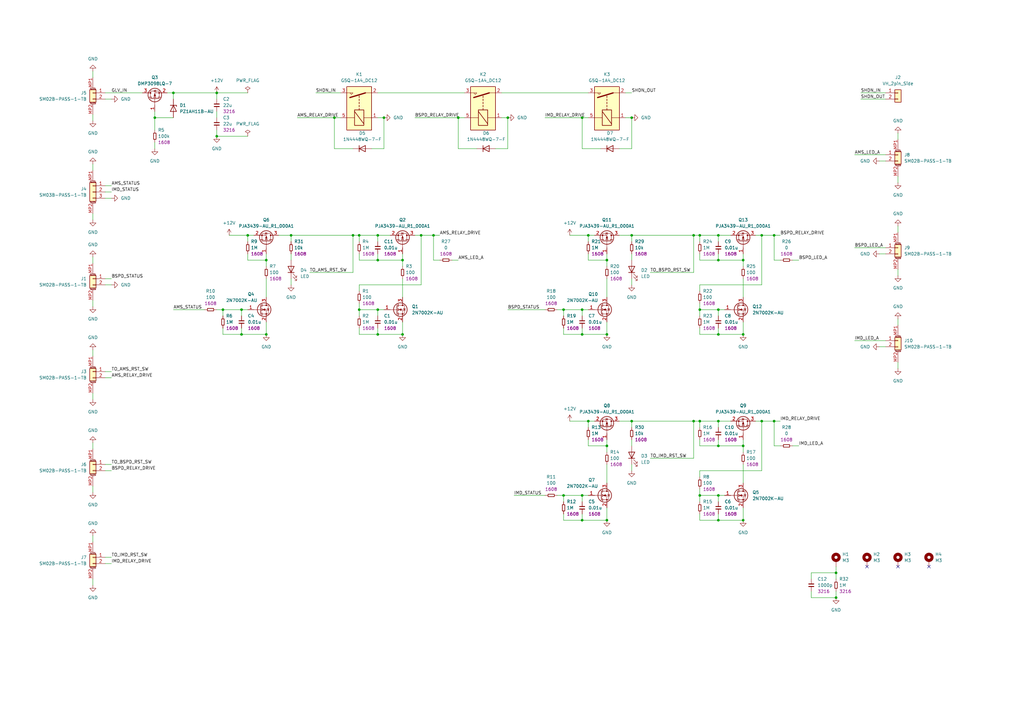
<source format=kicad_sch>
(kicad_sch (version 20230121) (generator eeschema)
  (paper "A3")
  (lib_symbols
    (symbol "Device:LED" (pin_numbers hide) (pin_names (offset 1.016) hide)
      (property "Reference" "D" (at 0 2.54 0))
      (property "Value" "LED" (at 0 -2.54 0))
      (symbol "LED_1_1"
        (pin passive line (at -3.81 0 0) (length 2.54) (name "K") (number "1"))
        (pin passive line (at 3.81 0 180) (length 2.54) (name "A") (number "2"))
      )
    )
    (symbol "Mechanical:MountingHole_Pad" (pin_numbers hide) (pin_names (offset 1.016) hide)
      (property "Reference" "H" (at 0 6.35 0))
      (property "Value" "MountingHole_Pad" (at 0 4.445 0))
      (symbol "MountingHole_Pad_1_1"
        (pin input line (at 0 -2.54 90) (length 2.54) (name "1") (number "1"))
      )
    )
    (symbol "ProjectEV:C" (pin_numbers hide) (pin_names (offset 0.254))
      (property "Reference" "C" (at 0.635 2.54 0))
      (property "Value" "C" (at 0.635 -2.54 0))
      (property "Package" "Package" (at 0.635 -5.08 0))
      (symbol "C_1_1"
        (pin passive line (at 0 2.54 270) (length 1.905) (name "~") (number "1"))
        (pin passive line (at 0 -2.54 90) (length 1.905) (name "~") (number "2"))
      )
    )
    (symbol "ProjectEV:Connector_SM02B-PASS-1-TB" (pin_names (offset 1.016) hide)
      (property "Reference" "J" (at 2.54 2.54 0))
      (property "Value" "SM02B-PASS-1-TB" (at 1.27 -5.08 0))
      (symbol "Connector_SM02B-PASS-1-TB_1_1"
        (text "Mounting" (at 0 -4.191 0) (effects (font (size 0.381 0.381))))
        (text "Mounting" (at 0 1.651 0) (effects (font (size 0.381 0.381))))
        (pin passive line (at -5.08 0 0) (length 3.81) (name "Pin_1") (number "1"))
        (pin passive line (at -5.08 -2.54 0) (length 3.81) (name "Pin_2") (number "2"))
        (pin passive line (at 0 6.35 270) (length 4.318) (name "MountPin") (number "MP1"))
        (pin passive line (at 0 -8.89 90) (length 4.318) (name "MountPin") (number "MP2"))
      )
    )
    (symbol "ProjectEV:Connector_SM03B-PASS-1-TB" (pin_names (offset 1.016) hide)
      (property "Reference" "J" (at 2.54 3.81 0))
      (property "Value" "SM03B-PASS-1-TB" (at 1.27 -5.08 0))
      (symbol "Connector_SM03B-PASS-1-TB_1_1"
        (text "Mounting" (at 0 -4.191 0) (effects (font (size 0.381 0.381))))
        (text "Mounting" (at 0 4.191 0) (effects (font (size 0.381 0.381))))
        (pin passive line (at -5.08 2.54 0) (length 3.81) (name "Pin_1") (number "1"))
        (pin passive line (at -5.08 0 0) (length 3.81) (name "Pin_2") (number "2"))
        (pin passive line (at -5.08 -2.54 0) (length 3.81) (name "Pin_3") (number "3"))
        (pin passive line (at 0 8.89 270) (length 4.318) (name "MountPin") (number "MP1"))
        (pin passive line (at 0 -8.89 90) (length 4.318) (name "MountPin") (number "MP2"))
      )
    )
    (symbol "ProjectEV:Connector_VH_2pin_Side" (pin_names (offset 1.016) hide)
      (property "Reference" "J" (at 0 2.54 0))
      (property "Value" "VH_2pin_Side" (at 0 -5.08 0))
      (symbol "Connector_VH_2pin_Side_1_1"
        (pin passive line (at -5.08 0 0) (length 3.81) (name "Pin_1") (number "1"))
        (pin passive line (at -5.08 -2.54 0) (length 3.81) (name "Pin_2") (number "2"))
      )
    )
    (symbol "ProjectEV:D_1N4448WQ-7-F" (pin_numbers hide) (pin_names (offset 1.016) hide)
      (property "Reference" "D" (at 0 2.54 0))
      (property "Value" "1N4448WQ-7-F" (at 0 -2.54 0))
      (symbol "D_1N4448WQ-7-F_1_1"
        (pin passive line (at -3.81 0 0) (length 2.54) (name "K") (number "1"))
        (pin passive line (at 3.81 0 180) (length 2.54) (name "A") (number "2"))
      )
    )
    (symbol "ProjectEV:D_PZ1AH11B-AU" (pin_numbers hide) (pin_names (offset 1.016) hide)
      (property "Reference" "D" (at 0 2.54 0))
      (property "Value" "PZ1AH11B-AU" (at 0 -2.54 0))
      (symbol "D_PZ1AH11B-AU_1_1"
        (pin passive line (at -3.81 0 0) (length 2.54) (name "K") (number "1"))
        (pin passive line (at 3.81 0 180) (length 2.54) (name "A") (number "2"))
      )
    )
    (symbol "ProjectEV:R" (pin_numbers hide) (pin_names (offset 0))
      (property "Reference" "R" (at 2.032 0 90))
      (property "Value" "R" (at 0 0 90))
      (property "Package" "Package" (at 0 0 0))
      (symbol "R_1_1"
        (pin passive line (at 0 2.54 270) (length 1.27) (name "~") (number "1"))
        (pin passive line (at 0 -2.54 90) (length 1.27) (name "~") (number "2"))
      )
    )
    (symbol "ProjectEV:Relay_G5Q-1A4_DC12" (pin_names hide)
      (property "Reference" "K" (at 8.89 3.81 0))
      (property "Value" "G5Q-1A4_DC12" (at 8.89 1.27 0))
      (symbol "Relay_G5Q-1A4_DC12_1_1"
        (pin passive line (at -5.08 -7.62 90) (length 2.54) (name "1") (number "1"))
        (pin passive line (at 5.08 -7.62 90) (length 2.54) (name "2") (number "2"))
        (pin passive line (at 5.08 7.62 270) (length 2.54) (name "3") (number "3"))
        (pin passive line (at -5.08 7.62 270) (length 2.54) (name "5") (number "5"))
      )
    )
    (symbol "ProjectEV:Transistor_2N7002K-AU" (pin_names hide)
      (property "Reference" "Q" (at 5.08 1.905 0))
      (property "Value" "2N7002K-AU" (at 5.08 0 0))
      (symbol "Transistor_2N7002K-AU_1_1"
        (pin input line (at -5.08 0 0) (length 2.54) (name "G") (number "1"))
        (pin passive line (at 2.54 -5.08 90) (length 2.54) (name "S") (number "2"))
        (pin passive line (at 2.54 5.08 270) (length 2.54) (name "D") (number "3"))
      )
    )
    (symbol "ProjectEV:Transistor_DMP3098LQ-7" (pin_names hide)
      (property "Reference" "Q" (at 5.08 1.905 0))
      (property "Value" "DMP3098LQ-7" (at 5.08 0 0))
      (symbol "Transistor_DMP3098LQ-7_1_1"
        (pin input line (at -5.08 0 0) (length 2.54) (name "G") (number "1"))
        (pin passive line (at 2.54 -5.08 90) (length 2.54) (name "S") (number "2"))
        (pin passive line (at 2.54 5.08 270) (length 2.54) (name "D") (number "3"))
      )
    )
    (symbol "ProjectEV:Transistor_PJA3439-AU_R1_000A1" (pin_names hide)
      (property "Reference" "Q" (at 5.08 1.905 0))
      (property "Value" "PJA3439-AU_R1_000A1" (at 5.08 0 0))
      (symbol "Transistor_PJA3439-AU_R1_000A1_1_1"
        (pin input line (at -5.08 0 0) (length 2.54) (name "G") (number "1"))
        (pin passive line (at 2.54 -5.08 90) (length 2.54) (name "S") (number "2"))
        (pin passive line (at 2.54 5.08 270) (length 2.54) (name "D") (number "3"))
      )
    )
    (symbol "power:+12V" (power) (pin_names (offset 0))
      (property "Value" "+12V" (at 0 3.556 0))
      (symbol "+12V_1_1"
        (pin power_in line (at 0 0 90) (length 0) hide (name "+12V") (number "1"))
      )
    )
    (symbol "power:GND" (power) (pin_names (offset 0))
      (property "Value" "GND" (at 0 -3.81 0))
      (symbol "GND_1_1"
        (pin power_in line (at 0 0 270) (length 0) hide (name "GND") (number "1"))
      )
    )
    (symbol "power:PWR_FLAG" (power) (pin_numbers hide) (pin_names (offset 0) hide)
      (property "Value" "PWR_FLAG" (at 0 3.81 0))
      (symbol "PWR_FLAG_0_0"
        (pin power_out line (at 0 0 90) (length 0) (name "pwr") (number "1"))
      )
    )
  )
  (junction (at 91.44 127))
  (junction (at 238.76 213.36))
  (junction (at 231.14 127))
  (junction (at 165.1 137.16))
  (junction (at 165.1 106.68))
  (junction (at 317.5 96.52))
  (junction (at 154.94 137.16))
  (junction (at 294.64 203.2))
  (junction (at 157.48 48.26))
  (junction (at 63.5 48.26))
  (junction (at 259.08 48.26))
  (junction (at 259.08 172.72))
  (junction (at 71.12 38.1))
  (junction (at 154.94 127))
  (junction (at 304.8 106.68))
  (junction (at 154.94 106.68))
  (junction (at 294.64 96.52))
  (junction (at 109.22 106.68))
  (junction (at 238.76 137.16))
  (junction (at 304.8 137.16))
  (junction (at 88.9 55.88))
  (junction (at 342.9 245.11))
  (junction (at 208.28 48.26))
  (junction (at 119.38 96.52))
  (junction (at 241.3 172.72))
  (junction (at 241.3 96.52))
  (junction (at 287.02 203.2))
  (junction (at 294.64 213.36))
  (junction (at 294.64 106.68))
  (junction (at 294.64 137.16))
  (junction (at 248.92 137.16))
  (junction (at 238.76 48.26))
  (junction (at 248.92 182.88))
  (junction (at 177.8 96.52))
  (junction (at 248.92 106.68))
  (junction (at 342.9 234.95))
  (junction (at 287.02 172.72))
  (junction (at 284.48 172.72))
  (junction (at 287.02 127))
  (junction (at 147.32 96.52))
  (junction (at 137.16 48.26))
  (junction (at 172.72 96.52))
  (junction (at 294.64 127))
  (junction (at 248.92 213.36))
  (junction (at 109.22 137.16))
  (junction (at 147.32 127))
  (junction (at 317.5 172.72))
  (junction (at 99.06 137.16))
  (junction (at 88.9 38.1))
  (junction (at 284.48 96.52))
  (junction (at 187.96 48.26))
  (junction (at 238.76 127))
  (junction (at 231.14 203.2))
  (junction (at 287.02 96.52))
  (junction (at 304.8 213.36))
  (junction (at 99.06 127))
  (junction (at 294.64 172.72))
  (junction (at 154.94 96.52))
  (junction (at 101.6 96.52))
  (junction (at 259.08 96.52))
  (junction (at 312.42 172.72))
  (junction (at 294.64 182.88))
  (junction (at 312.42 96.52))
  (junction (at 304.8 182.88))
  (junction (at 144.78 96.52))
  (junction (at 238.76 203.2))
  (no_connect (at 355.6 232.41))
  (no_connect (at 381 232.41))
  (no_connect (at 368.3 232.41))
  (wire (pts (xy 38.1 219.71) (xy 38.1 222.25)))
  (wire (pts (xy 71.12 38.1) (xy 88.9 38.1)))
  (wire (pts (xy 241.3 180.34) (xy 241.3 182.88)))
  (wire (pts (xy 147.32 106.68) (xy 147.32 104.14)))
  (wire (pts (xy 187.96 48.26) (xy 190.5 48.26)))
  (wire (pts (xy 147.32 127) (xy 147.32 129.54)))
  (wire (pts (xy 38.1 87.63) (xy 38.1 90.17)))
  (wire (pts (xy 238.76 137.16) (xy 248.92 137.16)))
  (wire (pts (xy 170.18 48.26) (xy 187.96 48.26)))
  (wire (pts (xy 241.3 172.72) (xy 243.84 172.72)))
  (wire (pts (xy 223.52 48.26) (xy 238.76 48.26)))
  (wire (pts (xy 231.14 137.16) (xy 238.76 137.16)))
  (wire (pts (xy 91.44 127) (xy 99.06 127)))
  (wire (pts (xy 43.18 231.14) (xy 45.72 231.14)))
  (wire (pts (xy 238.76 210.82) (xy 238.76 213.36)))
  (wire (pts (xy 137.16 48.26) (xy 137.16 60.96)))
  (wire (pts (xy 101.6 96.52) (xy 101.6 99.06)))
  (wire (pts (xy 109.22 114.3) (xy 109.22 121.92)))
  (wire (pts (xy 287.02 172.72) (xy 294.64 172.72)))
  (wire (pts (xy 284.48 187.96) (xy 284.48 172.72)))
  (wire (pts (xy 304.8 180.34) (xy 304.8 182.88)))
  (wire (pts (xy 154.94 127) (xy 154.94 129.54)))
  (wire (pts (xy 294.64 96.52) (xy 299.72 96.52)))
  (wire (pts (xy 147.32 137.16) (xy 154.94 137.16)))
  (wire (pts (xy 317.5 172.72) (xy 312.42 172.72)))
  (wire (pts (xy 287.02 200.66) (xy 287.02 203.2)))
  (wire (pts (xy 294.64 203.2) (xy 294.64 205.74)))
  (wire (pts (xy 266.7 111.76) (xy 284.48 111.76)))
  (wire (pts (xy 157.48 60.96) (xy 157.48 48.26)))
  (wire (pts (xy 99.06 137.16) (xy 109.22 137.16)))
  (wire (pts (xy 165.1 114.3) (xy 165.1 121.92)))
  (wire (pts (xy 228.6 203.2) (xy 231.14 203.2)))
  (wire (pts (xy 43.18 114.3) (xy 45.72 114.3)))
  (wire (pts (xy 325.12 182.88) (xy 327.66 182.88)))
  (wire (pts (xy 71.12 127) (xy 83.82 127)))
  (wire (pts (xy 248.92 106.68) (xy 248.92 104.14)))
  (wire (pts (xy 43.18 76.2) (xy 45.72 76.2)))
  (wire (pts (xy 210.82 203.2) (xy 223.52 203.2)))
  (wire (pts (xy 119.38 104.14) (xy 119.38 106.68)))
  (wire (pts (xy 165.1 106.68) (xy 165.1 109.22)))
  (wire (pts (xy 137.16 48.26) (xy 139.7 48.26)))
  (wire (pts (xy 71.12 48.26) (xy 63.5 48.26)))
  (wire (pts (xy 205.74 48.26) (xy 208.28 48.26)))
  (wire (pts (xy 350.52 101.6) (xy 363.22 101.6)))
  (wire (pts (xy 119.38 96.52) (xy 119.38 99.06)))
  (wire (pts (xy 287.02 106.68) (xy 287.02 104.14)))
  (wire (pts (xy 238.76 127) (xy 241.3 127)))
  (wire (pts (xy 119.38 96.52) (xy 144.78 96.52)))
  (wire (pts (xy 294.64 172.72) (xy 294.64 175.26)))
  (wire (pts (xy 304.8 106.68) (xy 304.8 109.22)))
  (wire (pts (xy 144.78 111.76) (xy 144.78 96.52)))
  (wire (pts (xy 304.8 106.68) (xy 294.64 106.68)))
  (wire (pts (xy 238.76 203.2) (xy 241.3 203.2)))
  (wire (pts (xy 154.94 48.26) (xy 157.48 48.26)))
  (wire (pts (xy 287.02 213.36) (xy 294.64 213.36)))
  (wire (pts (xy 259.08 190.5) (xy 259.08 193.04)))
  (wire (pts (xy 353.06 40.64) (xy 363.22 40.64)))
  (wire (pts (xy 43.18 40.64) (xy 45.72 40.64)))
  (wire (pts (xy 246.38 60.96) (xy 238.76 60.96)))
  (wire (pts (xy 109.22 106.68) (xy 109.22 109.22)))
  (wire (pts (xy 93.98 96.52) (xy 101.6 96.52)))
  (wire (pts (xy 165.1 104.14) (xy 165.1 106.68)))
  (wire (pts (xy 304.8 190.5) (xy 304.8 198.12)))
  (wire (pts (xy 287.02 137.16) (xy 294.64 137.16)))
  (wire (pts (xy 101.6 106.68) (xy 109.22 106.68)))
  (wire (pts (xy 63.5 48.26) (xy 63.5 53.34)))
  (wire (pts (xy 254 60.96) (xy 259.08 60.96)))
  (wire (pts (xy 284.48 111.76) (xy 284.48 96.52)))
  (wire (pts (xy 91.44 137.16) (xy 99.06 137.16)))
  (wire (pts (xy 287.02 193.04) (xy 287.02 195.58)))
  (wire (pts (xy 43.18 193.04) (xy 45.72 193.04)))
  (wire (pts (xy 304.8 132.08) (xy 304.8 137.16)))
  (wire (pts (xy 231.14 134.62) (xy 231.14 137.16)))
  (wire (pts (xy 172.72 96.52) (xy 177.8 96.52)))
  (wire (pts (xy 368.3 72.39) (xy 368.3 74.93)))
  (wire (pts (xy 233.68 96.52) (xy 241.3 96.52)))
  (wire (pts (xy 248.92 106.68) (xy 248.92 109.22)))
  (wire (pts (xy 287.02 99.06) (xy 287.02 96.52)))
  (wire (pts (xy 121.92 48.26) (xy 137.16 48.26)))
  (wire (pts (xy 38.1 161.29) (xy 38.1 163.83)))
  (wire (pts (xy 287.02 124.46) (xy 287.02 127)))
  (wire (pts (xy 360.68 104.14) (xy 363.22 104.14)))
  (wire (pts (xy 284.48 96.52) (xy 287.02 96.52)))
  (wire (pts (xy 360.68 142.24) (xy 363.22 142.24)))
  (wire (pts (xy 154.94 38.1) (xy 190.5 38.1)))
  (wire (pts (xy 88.9 38.1) (xy 88.9 40.64)))
  (wire (pts (xy 88.9 38.1) (xy 101.6 38.1)))
  (wire (pts (xy 259.08 114.3) (xy 259.08 116.84)))
  (wire (pts (xy 231.14 127) (xy 238.76 127)))
  (wire (pts (xy 294.64 106.68) (xy 287.02 106.68)))
  (wire (pts (xy 147.32 116.84) (xy 147.32 119.38)))
  (wire (pts (xy 248.92 213.36) (xy 248.92 208.28)))
  (wire (pts (xy 154.94 104.14) (xy 154.94 106.68)))
  (wire (pts (xy 88.9 45.72) (xy 88.9 48.26)))
  (wire (pts (xy 99.06 127) (xy 101.6 127)))
  (wire (pts (xy 304.8 182.88) (xy 304.8 185.42)))
  (wire (pts (xy 294.64 104.14) (xy 294.64 106.68)))
  (wire (pts (xy 304.8 137.16) (xy 294.64 137.16)))
  (wire (pts (xy 248.92 182.88) (xy 248.92 180.34)))
  (wire (pts (xy 147.32 124.46) (xy 147.32 127)))
  (wire (pts (xy 266.7 187.96) (xy 284.48 187.96)))
  (wire (pts (xy 228.6 127) (xy 231.14 127)))
  (wire (pts (xy 205.74 38.1) (xy 241.3 38.1)))
  (wire (pts (xy 350.52 139.7) (xy 363.22 139.7)))
  (wire (pts (xy 185.42 106.68) (xy 187.96 106.68)))
  (wire (pts (xy 43.18 81.28) (xy 45.72 81.28)))
  (wire (pts (xy 368.3 92.71) (xy 368.3 95.25)))
  (wire (pts (xy 304.8 213.36) (xy 294.64 213.36)))
  (wire (pts (xy 233.68 172.72) (xy 241.3 172.72)))
  (wire (pts (xy 332.74 237.49) (xy 332.74 234.95)))
  (wire (pts (xy 187.96 48.26) (xy 187.96 60.96)))
  (wire (pts (xy 147.32 116.84) (xy 172.72 116.84)))
  (wire (pts (xy 147.32 96.52) (xy 154.94 96.52)))
  (wire (pts (xy 38.1 46.99) (xy 38.1 49.53)))
  (wire (pts (xy 241.3 104.14) (xy 241.3 106.68)))
  (wire (pts (xy 287.02 182.88) (xy 287.02 180.34)))
  (wire (pts (xy 154.94 134.62) (xy 154.94 137.16)))
  (wire (pts (xy 294.64 127) (xy 294.64 129.54)))
  (wire (pts (xy 287.02 193.04) (xy 312.42 193.04)))
  (wire (pts (xy 248.92 190.5) (xy 248.92 198.12)))
  (wire (pts (xy 38.1 105.41) (xy 38.1 107.95)))
  (wire (pts (xy 165.1 132.08) (xy 165.1 137.16)))
  (wire (pts (xy 259.08 104.14) (xy 259.08 106.68)))
  (wire (pts (xy 208.28 60.96) (xy 208.28 48.26)))
  (wire (pts (xy 294.64 134.62) (xy 294.64 137.16)))
  (wire (pts (xy 109.22 106.68) (xy 109.22 104.14)))
  (wire (pts (xy 172.72 96.52) (xy 170.18 96.52)))
  (wire (pts (xy 38.1 181.61) (xy 38.1 184.15)))
  (wire (pts (xy 241.3 96.52) (xy 243.84 96.52)))
  (wire (pts (xy 287.02 137.16) (xy 287.02 134.62)))
  (wire (pts (xy 238.76 213.36) (xy 248.92 213.36)))
  (wire (pts (xy 238.76 134.62) (xy 238.76 137.16)))
  (wire (pts (xy 304.8 114.3) (xy 304.8 121.92)))
  (wire (pts (xy 88.9 53.34) (xy 88.9 55.88)))
  (wire (pts (xy 312.42 193.04) (xy 312.42 172.72)))
  (wire (pts (xy 312.42 96.52) (xy 309.88 96.52)))
  (wire (pts (xy 38.1 143.51) (xy 38.1 146.05)))
  (wire (pts (xy 177.8 106.68) (xy 180.34 106.68)))
  (wire (pts (xy 241.3 96.52) (xy 241.3 99.06)))
  (wire (pts (xy 114.3 96.52) (xy 119.38 96.52)))
  (wire (pts (xy 259.08 172.72) (xy 259.08 175.26)))
  (wire (pts (xy 360.68 66.04) (xy 363.22 66.04)))
  (wire (pts (xy 154.94 106.68) (xy 147.32 106.68)))
  (wire (pts (xy 353.06 38.1) (xy 363.22 38.1)))
  (wire (pts (xy 294.64 96.52) (xy 294.64 99.06)))
  (wire (pts (xy 320.04 106.68) (xy 317.5 106.68)))
  (wire (pts (xy 304.8 104.14) (xy 304.8 106.68)))
  (wire (pts (xy 368.3 110.49) (xy 368.3 113.03)))
  (wire (pts (xy 317.5 96.52) (xy 320.04 96.52)))
  (wire (pts (xy 342.9 242.57) (xy 342.9 245.11)))
  (wire (pts (xy 312.42 172.72) (xy 309.88 172.72)))
  (wire (pts (xy 317.5 96.52) (xy 312.42 96.52)))
  (wire (pts (xy 172.72 116.84) (xy 172.72 96.52)))
  (wire (pts (xy 91.44 127) (xy 91.44 129.54)))
  (wire (pts (xy 287.02 203.2) (xy 287.02 205.74)))
  (wire (pts (xy 332.74 234.95) (xy 342.9 234.95)))
  (wire (pts (xy 71.12 38.1) (xy 71.12 40.64)))
  (wire (pts (xy 294.64 172.72) (xy 299.72 172.72)))
  (wire (pts (xy 294.64 180.34) (xy 294.64 182.88)))
  (wire (pts (xy 259.08 60.96) (xy 259.08 48.26)))
  (wire (pts (xy 368.3 148.59) (xy 368.3 151.13)))
  (wire (pts (xy 154.94 127) (xy 157.48 127)))
  (wire (pts (xy 238.76 48.26) (xy 241.3 48.26)))
  (wire (pts (xy 99.06 127) (xy 99.06 129.54)))
  (wire (pts (xy 231.14 210.82) (xy 231.14 213.36)))
  (wire (pts (xy 38.1 123.19) (xy 38.1 125.73)))
  (wire (pts (xy 38.1 29.21) (xy 38.1 31.75)))
  (wire (pts (xy 332.74 245.11) (xy 332.74 242.57)))
  (wire (pts (xy 177.8 96.52) (xy 180.34 96.52)))
  (wire (pts (xy 165.1 137.16) (xy 154.94 137.16)))
  (wire (pts (xy 203.2 60.96) (xy 208.28 60.96)))
  (wire (pts (xy 294.64 210.82) (xy 294.64 213.36)))
  (wire (pts (xy 317.5 172.72) (xy 320.04 172.72)))
  (wire (pts (xy 231.14 127) (xy 231.14 129.54)))
  (wire (pts (xy 152.4 60.96) (xy 157.48 60.96)))
  (wire (pts (xy 43.18 116.84) (xy 45.72 116.84)))
  (wire (pts (xy 144.78 96.52) (xy 147.32 96.52)))
  (wire (pts (xy 294.64 203.2) (xy 297.18 203.2)))
  (wire (pts (xy 109.22 137.16) (xy 109.22 132.08)))
  (wire (pts (xy 43.18 78.74) (xy 45.72 78.74)))
  (wire (pts (xy 99.06 134.62) (xy 99.06 137.16)))
  (wire (pts (xy 147.32 127) (xy 154.94 127)))
  (wire (pts (xy 231.14 203.2) (xy 231.14 205.74)))
  (wire (pts (xy 287.02 127) (xy 294.64 127)))
  (wire (pts (xy 325.12 106.68) (xy 327.66 106.68)))
  (wire (pts (xy 317.5 106.68) (xy 317.5 96.52)))
  (wire (pts (xy 317.5 182.88) (xy 317.5 172.72)))
  (wire (pts (xy 287.02 127) (xy 287.02 129.54)))
  (wire (pts (xy 259.08 96.52) (xy 284.48 96.52)))
  (wire (pts (xy 147.32 99.06) (xy 147.32 96.52)))
  (wire (pts (xy 350.52 63.5) (xy 363.22 63.5)))
  (wire (pts (xy 231.14 213.36) (xy 238.76 213.36)))
  (wire (pts (xy 38.1 199.39) (xy 38.1 201.93)))
  (wire (pts (xy 287.02 116.84) (xy 287.02 119.38)))
  (wire (pts (xy 68.58 38.1) (xy 71.12 38.1)))
  (wire (pts (xy 88.9 127) (xy 91.44 127)))
  (wire (pts (xy 43.18 228.6) (xy 45.72 228.6)))
  (wire (pts (xy 238.76 127) (xy 238.76 129.54)))
  (wire (pts (xy 259.08 180.34) (xy 259.08 182.88)))
  (wire (pts (xy 137.16 60.96) (xy 144.78 60.96)))
  (wire (pts (xy 38.1 67.31) (xy 38.1 69.85)))
  (wire (pts (xy 259.08 172.72) (xy 284.48 172.72)))
  (wire (pts (xy 147.32 137.16) (xy 147.32 134.62)))
  (wire (pts (xy 91.44 134.62) (xy 91.44 137.16)))
  (wire (pts (xy 284.48 172.72) (xy 287.02 172.72)))
  (wire (pts (xy 342.9 234.95) (xy 342.9 232.41)))
  (wire (pts (xy 101.6 104.14) (xy 101.6 106.68)))
  (wire (pts (xy 248.92 137.16) (xy 248.92 132.08)))
  (wire (pts (xy 119.38 114.3) (xy 119.38 116.84)))
  (wire (pts (xy 287.02 116.84) (xy 312.42 116.84)))
  (wire (pts (xy 248.92 182.88) (xy 248.92 185.42)))
  (wire (pts (xy 43.18 154.94) (xy 45.72 154.94)))
  (wire (pts (xy 238.76 203.2) (xy 238.76 205.74)))
  (wire (pts (xy 368.3 130.81) (xy 368.3 133.35)))
  (wire (pts (xy 368.3 54.61) (xy 368.3 57.15)))
  (wire (pts (xy 38.1 237.49) (xy 38.1 240.03)))
  (wire (pts (xy 101.6 96.52) (xy 104.14 96.52)))
  (wire (pts (xy 304.8 182.88) (xy 294.64 182.88)))
  (wire (pts (xy 187.96 60.96) (xy 195.58 60.96)))
  (wire (pts (xy 43.18 152.4) (xy 45.72 152.4)))
  (wire (pts (xy 254 96.52) (xy 259.08 96.52)))
  (wire (pts (xy 294.64 127) (xy 297.18 127)))
  (wire (pts (xy 320.04 182.88) (xy 317.5 182.88)))
  (wire (pts (xy 63.5 58.42) (xy 63.5 60.96)))
  (wire (pts (xy 241.3 172.72) (xy 241.3 175.26)))
  (wire (pts (xy 287.02 96.52) (xy 294.64 96.52)))
  (wire (pts (xy 342.9 245.11) (xy 332.74 245.11)))
  (wire (pts (xy 88.9 55.88) (xy 101.6 55.88)))
  (wire (pts (xy 231.14 203.2) (xy 238.76 203.2)))
  (wire (pts (xy 165.1 106.68) (xy 154.94 106.68)))
  (wire (pts (xy 259.08 96.52) (xy 259.08 99.06)))
  (wire (pts (xy 127 111.76) (xy 144.78 111.76)))
  (wire (pts (xy 256.54 38.1) (xy 259.08 38.1)))
  (wire (pts (xy 43.18 190.5) (xy 45.72 190.5)))
  (wire (pts (xy 238.76 60.96) (xy 238.76 48.26)))
  (wire (pts (xy 63.5 45.72) (xy 63.5 48.26)))
  (wire (pts (xy 294.64 182.88) (xy 287.02 182.88)))
  (wire (pts (xy 342.9 234.95) (xy 342.9 237.49)))
  (wire (pts (xy 241.3 182.88) (xy 248.92 182.88)))
  (wire (pts (xy 256.54 48.26) (xy 259.08 48.26)))
  (wire (pts (xy 287.02 175.26) (xy 287.02 172.72)))
  (wire (pts (xy 287.02 213.36) (xy 287.02 210.82)))
  (wire (pts (xy 43.18 38.1) (xy 58.42 38.1)))
  (wire (pts (xy 248.92 114.3) (xy 248.92 121.92)))
  (wire (pts (xy 304.8 208.28) (xy 304.8 213.36)))
  (wire (pts (xy 208.28 127) (xy 223.52 127)))
  (wire (pts (xy 177.8 96.52) (xy 177.8 106.68)))
  (wire (pts (xy 312.42 116.84) (xy 312.42 96.52)))
  (wire (pts (xy 241.3 106.68) (xy 248.92 106.68)))
  (wire (pts (xy 254 172.72) (xy 259.08 172.72)))
  (wire (pts (xy 129.54 38.1) (xy 139.7 38.1)))
  (wire (pts (xy 287.02 203.2) (xy 294.64 203.2)))
  (wire (pts (xy 154.94 96.52) (xy 154.94 99.06)))
  (wire (pts (xy 154.94 96.52) (xy 160.02 96.52)))
  (label "BSPD_LED_A" (at 350.52 101.6 0))
  (label "SHDN_OUT" (at 353.06 40.64 0))
  (label "AMS_RELAY_DRIVE" (at 180.34 96.52 0))
  (label "IMD_LED_A" (at 350.52 139.7 0))
  (label "TO_IMD_RST_SW" (at 45.72 228.6 0))
  (label "AMS_LED_A" (at 187.96 106.68 0))
  (label "BSPD_LED_A" (at 327.66 106.68 0))
  (label "BSPD_STATUS" (at 45.72 114.3 0))
  (label "BSPD_RELAY_DRIVE" (at 170.18 48.26 0))
  (label "TO_AMS_RST_SW" (at 45.72 152.4 0))
  (label "TO_AMS_RST_SW" (at 127 111.76 0))
  (label "AMS_LED_A" (at 350.52 63.5 0))
  (label "IMD_STATUS" (at 210.82 203.2 0))
  (label "IMD_RELAY_DRIVE" (at 45.72 231.14 0))
  (label "TO_BSPD_RST_SW" (at 266.7 111.76 0))
  (label "AMS_RELAY_DRIVE" (at 45.72 154.94 0))
  (label "IMD_RELAY_DRIVE" (at 223.52 48.26 0))
  (label "SHDN_IN" (at 129.54 38.1 0))
  (label "GLV_IN" (at 45.72 38.1 0))
  (label "AMS_STATUS" (at 45.72 76.2 0))
  (label "IMD_RELAY_DRIVE" (at 320.04 172.72 0))
  (label "SHDN_OUT" (at 259.08 38.1 0))
  (label "TO_IMD_RST_SW" (at 266.7 187.96 0))
  (label "BSPD_RELAY_DRIVE" (at 320.04 96.52 0))
  (label "IMD_STATUS" (at 45.72 78.74 0))
  (label "BSPD_RELAY_DRIVE" (at 45.72 193.04 0))
  (label "AMS_RELAY_DRIVE" (at 121.92 48.26 0))
  (label "IMD_LED_A" (at 327.66 182.88 0))
  (label "SHDN_IN" (at 353.06 38.1 0))
  (label "BSPD_STATUS" (at 208.28 127 0))
  (label "AMS_STATUS" (at 71.12 127 0))
  (label "TO_BSPD_RST_SW" (at 45.72 190.5 0))
  (symbol (lib_id "ProjectEV:C") (at 154.94 132.08 0) (unit 1)
    (property "Reference" "C1" (at 157.48 129.54 0) (effects (justify left)))
    (property "Value" "0.01u" (at 157.48 132.08 0) (effects (justify left)))
    (property "Footprint" "Capacitor_SMD:C_0603_1608Metric" (effects hide))
    (property "Package" "1608" (at 157.48 134.62 0) (effects (justify left)))
  )
  (symbol (lib_id "power:GND") (at 342.9 245.11 0) (unit 1)
    (property "Reference" "#PWR043" (effects hide))
    (property "Value" "GND" (at 342.9 250.19 0))
  )
  (symbol (lib_id "Device:LED") (at 259.08 186.69 90) (unit 1)
    (property "Reference" "D3" (at 262.89 187.0075 90) (effects (justify right)))
    (property "Value" "LED" (at 262.89 189.5475 90) (effects (justify right)))
    (property "Footprint" "LED_SMD:LED_0603_1608Metric" (effects hide))
  )
  (symbol (lib_id "ProjectEV:R") (at 165.1 111.76 180) (unit 1)
    (property "Reference" "R3" (at 166.37 109.22 0) (effects (justify right)))
    (property "Value" "100" (at 166.37 111.76 0) (effects (justify right)))
    (property "Footprint" "Resistor_SMD:R_0603_1608Metric" (effects hide))
    (property "Package" "1608" (at 166.37 114.3 0) (effects (justify right)))
  )
  (symbol (lib_id "ProjectEV:Transistor_PJA3439-AU_R1_000A1") (at 109.22 99.06 270) (mirror x) (unit 1)
    (property "Reference" "Q6" (at 109.22 90.17 90))
    (property "Value" "PJA3439-AU_R1_000A1" (at 109.22 92.71 90))
    (property "Footprint" "ProjectEV:Package_SOT-23_PJA3439-AU_R1_000A1" (effects hide))
    (property "Datasheet" "https://www.panjit.com.tw/upload/datasheet/PJA3439-AU.pdf" (effects hide))
  )
  (symbol (lib_id "power:GND") (at 38.1 29.21 180) (unit 1)
    (property "Reference" "#PWR09" (effects hide))
    (property "Value" "GND" (at 38.1 24.13 0))
  )
  (symbol (lib_id "ProjectEV:Connector_SM02B-PASS-1-TB") (at 38.1 190.5 0) (mirror y) (unit 1)
    (property "Reference" "J6" (at 35.56 190.5 0) (effects (justify left)))
    (property "Value" "SM02B-PASS-1-TB" (at 35.56 193.04 0) (effects (justify left)))
    (property "Footprint" "ProjectEV:Connector_SM02B-PASS-1-TB" (effects hide))
  )
  (symbol (lib_id "ProjectEV:Connector_SM02B-PASS-1-TB") (at 38.1 38.1 0) (mirror y) (unit 1)
    (property "Reference" "J5" (at 35.56 38.1 0) (effects (justify left)))
    (property "Value" "SM02B-PASS-1-TB" (at 35.56 40.64 0) (effects (justify left)))
    (property "Footprint" "ProjectEV:Connector_SM02B-PASS-1-TB" (effects hide))
  )
  (symbol (lib_id "ProjectEV:R") (at 147.32 121.92 180) (unit 1)
    (property "Reference" "R1" (at 148.59 119.38 0) (effects (justify right)))
    (property "Value" "100" (at 148.59 121.92 0) (effects (justify right)))
    (property "Footprint" "Resistor_SMD:R_0603_1608Metric" (effects hide))
    (property "Package" "1608" (at 148.59 124.46 0) (effects (justify right)))
  )
  (symbol (lib_id "ProjectEV:C") (at 88.9 50.8 0) (unit 1)
    (property "Reference" "C3" (at 91.44 48.26 0) (effects (justify left)))
    (property "Value" "22u" (at 91.44 50.8 0) (effects (justify left)))
    (property "Footprint" "Capacitor_SMD:C_1206_3216Metric" (effects hide))
    (property "Package" "3216" (at 91.44 53.34 0) (effects (justify left)))
  )
  (symbol (lib_id "ProjectEV:R") (at 304.8 187.96 180) (unit 1)
    (property "Reference" "R17" (at 306.07 185.42 0) (effects (justify right)))
    (property "Value" "100" (at 306.07 187.96 0) (effects (justify right)))
    (property "Footprint" "Resistor_SMD:R_0603_1608Metric" (effects hide))
    (property "Package" "1608" (at 306.07 190.5 0) (effects (justify right)))
  )
  (symbol (lib_id "power:GND") (at 38.1 201.93 0) (unit 1)
    (property "Reference" "#PWR025" (effects hide))
    (property "Value" "GND" (at 38.1 207.01 0))
  )
  (symbol (lib_id "Mechanical:MountingHole_Pad") (at 368.3 229.87 0) (unit 1)
    (property "Reference" "H3" (at 370.84 227.33 0) (effects (justify left)))
    (property "Value" "M3" (at 370.84 229.87 0) (effects (justify left)))
    (property "Footprint" "MountingHole:MountingHole_3.2mm_M3_Pad_Via" (effects hide))
  )
  (symbol (lib_id "ProjectEV:D_1N4448WQ-7-F") (at 148.59 60.96 0) (unit 1)
    (property "Reference" "D5" (at 148.59 54.61 0))
    (property "Value" "1N4448WQ-7-F" (at 148.59 57.15 0))
    (property "Footprint" "ProjectEV:D_SOD-123_1N4448W" (effects hide))
    (property "Datasheet" "https://www.diodes.com/assets/Datasheets/1N4448W.pdf" (effects hide))
  )
  (symbol (lib_id "ProjectEV:R") (at 119.38 101.6 180) (unit 1)
    (property "Reference" "R31" (at 120.65 99.06 0) (effects (justify right)))
    (property "Value" "10k" (at 120.65 101.6 0) (effects (justify right)))
    (property "Footprint" "Resistor_SMD:R_0603_1608Metric" (effects hide))
    (property "Package" "1608" (at 120.65 104.14 0) (effects (justify right)))
  )
  (symbol (lib_id "ProjectEV:R") (at 109.22 111.76 0) (unit 1)
    (property "Reference" "R7" (at 110.49 109.22 0) (effects (justify left)))
    (property "Value" "100" (at 110.49 111.76 0) (effects (justify left)))
    (property "Footprint" "Resistor_SMD:R_0603_1608Metric" (effects hide))
    (property "Package" "1608" (at 110.49 114.3 0) (effects (justify left)))
  )
  (symbol (lib_id "power:GND") (at 360.68 66.04 270) (unit 1)
    (property "Reference" "#PWR041" (effects hide))
    (property "Value" "GND" (at 356.87 66.04 90) (effects (justify right)))
  )
  (symbol (lib_id "ProjectEV:Transistor_2N7002K-AU") (at 302.26 127 0) (unit 1)
    (property "Reference" "Q12" (at 308.61 125.73 0) (effects (justify left)))
    (property "Value" "2N7002K-AU" (at 308.61 128.27 0) (effects (justify left)))
    (property "Footprint" "ProjectEV:Package_SOT-23_2N7002K-AU" (effects hide))
    (property "Datasheet" "https://www.panjit.com.tw/upload/datasheet/2N7002K-AU.pdf" (effects hide))
  )
  (symbol (lib_id "power:GND") (at 38.1 125.73 0) (unit 1)
    (property "Reference" "#PWR015" (effects hide))
    (property "Value" "GND" (at 38.1 130.81 0))
  )
  (symbol (lib_id "power:GND") (at 119.38 116.84 0) (unit 1)
    (property "Reference" "#PWR039" (effects hide))
    (property "Value" "GND" (at 119.38 121.92 0))
  )
  (symbol (lib_id "power:PWR_FLAG") (at 101.6 55.88 0) (unit 1)
    (property "Reference" "#FLG02" (effects hide))
    (property "Value" "PWR_FLAG" (at 101.6 50.8 0))
  )
  (symbol (lib_id "power:GND") (at 38.1 181.61 180) (unit 1)
    (property "Reference" "#PWR024" (effects hide))
    (property "Value" "GND" (at 38.1 176.53 0))
  )
  (symbol (lib_id "power:+12V") (at 93.98 96.52 0) (unit 1)
    (property "Reference" "#PWR05" (effects hide))
    (property "Value" "+12V" (at 93.98 91.44 0))
  )
  (symbol (lib_id "ProjectEV:R") (at 91.44 132.08 180) (unit 1)
    (property "Reference" "R6" (at 92.71 129.54 0) (effects (justify right)))
    (property "Value" "1M" (at 92.71 132.08 0) (effects (justify right)))
    (property "Footprint" "Resistor_SMD:R_0603_1608Metric" (effects hide))
    (property "Package" "1608" (at 92.71 134.62 0) (effects (justify right)))
  )
  (symbol (lib_id "ProjectEV:R") (at 147.32 132.08 180) (unit 1)
    (property "Reference" "R2" (at 148.59 129.54 0) (effects (justify right)))
    (property "Value" "1M" (at 148.59 132.08 0) (effects (justify right)))
    (property "Footprint" "Resistor_SMD:R_0603_1608Metric" (effects hide))
    (property "Package" "1608" (at 148.59 134.62 0) (effects (justify right)))
  )
  (symbol (lib_id "power:GND") (at 45.72 40.64 90) (unit 1)
    (property "Reference" "#PWR02" (effects hide))
    (property "Value" "GND" (at 49.53 40.64 90) (effects (justify right)))
  )
  (symbol (lib_id "ProjectEV:Transistor_2N7002K-AU") (at 302.26 203.2 0) (unit 1)
    (property "Reference" "Q5" (at 308.61 201.93 0) (effects (justify left)))
    (property "Value" "2N7002K-AU" (at 308.61 204.47 0) (effects (justify left)))
    (property "Footprint" "ProjectEV:Package_SOT-23_2N7002K-AU" (effects hide))
    (property "Datasheet" "https://www.panjit.com.tw/upload/datasheet/2N7002K-AU.pdf" (effects hide))
  )
  (symbol (lib_id "ProjectEV:Relay_G5Q-1A4_DC12") (at 198.12 43.18 90) (unit 1)
    (property "Reference" "K2" (at 198.12 30.48 90))
    (property "Value" "G5Q-1A4_DC12" (at 198.12 33.02 90))
    (property "Footprint" "ProjectEV:Relay_G5Q-1A4 DC12" (effects hide))
    (property "Datasheet" "https://www.omron.com/ecb/products/pdf/en-g5q.pdf" (effects hide))
  )
  (symbol (lib_id "ProjectEV:C") (at 294.64 208.28 0) (unit 1)
    (property "Reference" "C6" (at 297.18 205.74 0) (effects (justify left)))
    (property "Value" "0.01u" (at 297.18 208.28 0) (effects (justify left)))
    (property "Footprint" "Capacitor_SMD:C_0603_1608Metric" (effects hide))
    (property "Package" "1608" (at 297.18 210.82 0) (effects (justify left)))
  )
  (symbol (lib_id "power:GND") (at 157.48 48.26 90) (unit 1)
    (property "Reference" "#PWR034" (effects hide))
    (property "Value" "GND" (at 161.29 48.26 90) (effects (justify right)))
  )
  (symbol (lib_id "power:GND") (at 88.9 55.88 0) (unit 1)
    (property "Reference" "#PWR04" (effects hide))
    (property "Value" "GND" (at 88.9 60.96 0))
  )
  (symbol (lib_id "power:GND") (at 38.1 163.83 0) (unit 1)
    (property "Reference" "#PWR022" (effects hide))
    (property "Value" "GND" (at 38.1 168.91 0))
  )
  (symbol (lib_id "power:GND") (at 38.1 240.03 0) (unit 1)
    (property "Reference" "#PWR027" (effects hide))
    (property "Value" "GND" (at 38.1 245.11 0))
  )
  (symbol (lib_id "ProjectEV:Connector_VH_2pin_Side") (at 368.3 38.1 0) (unit 1)
    (property "Reference" "J2" (at 368.3 31.75 0))
    (property "Value" "VH_2pin_Side" (at 368.3 34.29 0))
    (property "Footprint" "ProjectEV:Connector_S2P-VH" (effects hide))
  )
  (symbol (lib_id "ProjectEV:Transistor_PJA3439-AU_R1_000A1") (at 248.92 99.06 270) (mirror x) (unit 1)
    (property "Reference" "Q11" (at 248.92 90.17 90))
    (property "Value" "PJA3439-AU_R1_000A1" (at 248.92 92.71 90))
    (property "Footprint" "ProjectEV:Package_SOT-23_PJA3439-AU_R1_000A1" (effects hide))
    (property "Datasheet" "https://www.panjit.com.tw/upload/datasheet/PJA3439-AU.pdf" (effects hide))
  )
  (symbol (lib_id "power:GND") (at 248.92 213.36 0) (unit 1)
    (property "Reference" "#PWR08" (effects hide))
    (property "Value" "GND" (at 248.92 218.44 0))
  )
  (symbol (lib_id "ProjectEV:R") (at 86.36 127 270) (unit 1)
    (property "Reference" "R10" (at 86.36 119.38 90))
    (property "Value" "100" (at 86.36 121.92 90))
    (property "Footprint" "Resistor_SMD:R_0603_1608Metric" (effects hide))
    (property "Package" "1608" (at 86.36 124.46 90))
  )
  (symbol (lib_id "ProjectEV:R") (at 287.02 177.8 180) (unit 1)
    (property "Reference" "R16" (at 288.29 175.26 0) (effects (justify right)))
    (property "Value" "1M" (at 288.29 177.8 0) (effects (justify right)))
    (property "Footprint" "Resistor_SMD:R_0603_1608Metric" (effects hide))
    (property "Package" "1608" (at 288.29 180.34 0) (effects (justify right)))
  )
  (symbol (lib_id "power:PWR_FLAG") (at 101.6 38.1 0) (unit 1)
    (property "Reference" "#FLG01" (effects hide))
    (property "Value" "PWR_FLAG" (at 101.6 33.02 0))
  )
  (symbol (lib_id "Device:LED") (at 119.38 110.49 90) (unit 1)
    (property "Reference" "D4" (at 123.19 110.8075 90) (effects (justify right)))
    (property "Value" "LED" (at 123.19 113.3475 90) (effects (justify right)))
    (property "Footprint" "LED_SMD:LED_0603_1608Metric" (effects hide))
  )
  (symbol (lib_id "power:GND") (at 368.3 92.71 0) (mirror x) (unit 1)
    (property "Reference" "#PWR030" (effects hide))
    (property "Value" "GND" (at 368.3 87.63 0))
  )
  (symbol (lib_id "ProjectEV:R") (at 241.3 177.8 180) (unit 1)
    (property "Reference" "R13" (at 242.57 175.26 0) (effects (justify right)))
    (property "Value" "1M" (at 242.57 177.8 0) (effects (justify right)))
    (property "Footprint" "Resistor_SMD:R_0603_1608Metric" (effects hide))
    (property "Package" "1608" (at 242.57 180.34 0) (effects (justify right)))
  )
  (symbol (lib_id "power:GND") (at 368.3 74.93 0) (mirror y) (unit 1)
    (property "Reference" "#PWR029" (effects hide))
    (property "Value" "GND" (at 368.3 80.01 0))
  )
  (symbol (lib_id "power:GND") (at 368.3 151.13 0) (mirror y) (unit 1)
    (property "Reference" "#PWR033" (effects hide))
    (property "Value" "GND" (at 368.3 156.21 0))
  )
  (symbol (lib_id "ProjectEV:Transistor_2N7002K-AU") (at 246.38 127 0) (unit 1)
    (property "Reference" "Q10" (at 241.3 120.65 0) (effects (justify left)))
    (property "Value" "2N7002K-AU" (at 232.41 123.19 0) (effects (justify left)))
    (property "Footprint" "ProjectEV:Package_SOT-23_2N7002K-AU" (effects hide))
    (property "Datasheet" "https://www.panjit.com.tw/upload/datasheet/2N7002K-AU.pdf" (effects hide))
  )
  (symbol (lib_id "power:GND") (at 165.1 137.16 0) (unit 1)
    (property "Reference" "#PWR017" (effects hide))
    (property "Value" "GND" (at 165.1 142.24 0))
  )
  (symbol (lib_id "ProjectEV:C") (at 332.74 240.03 0) (unit 1)
    (property "Reference" "C12" (at 335.28 237.49 0) (effects (justify left)))
    (property "Value" "1000p" (at 335.28 240.03 0) (effects (justify left)))
    (property "Footprint" "Capacitor_SMD:C_1206_3216Metric" (effects hide))
    (property "Package" "3216" (at 335.28 242.57 0) (effects (justify left)))
  )
  (symbol (lib_id "power:GND") (at 63.5 60.96 0) (unit 1)
    (property "Reference" "#PWR03" (effects hide))
    (property "Value" "GND" (at 63.5 66.04 0))
  )
  (symbol (lib_id "power:GND") (at 38.1 219.71 180) (unit 1)
    (property "Reference" "#PWR026" (effects hide))
    (property "Value" "GND" (at 38.1 214.63 0))
  )
  (symbol (lib_id "ProjectEV:R") (at 304.8 111.76 180) (unit 1)
    (property "Reference" "R25" (at 306.07 109.22 0) (effects (justify right)))
    (property "Value" "100" (at 306.07 111.76 0) (effects (justify right)))
    (property "Footprint" "Resistor_SMD:R_0603_1608Metric" (effects hide))
    (property "Package" "1608" (at 306.07 114.3 0) (effects (justify right)))
  )
  (symbol (lib_id "ProjectEV:R") (at 322.58 106.68 270) (unit 1)
    (property "Reference" "R26" (at 322.58 99.06 90))
    (property "Value" "0" (at 322.58 101.6 90))
    (property "Footprint" "Resistor_SMD:R_0603_1608Metric" (effects hide))
    (property "Package" "1608" (at 322.58 104.14 90))
  )
  (symbol (lib_id "power:GND") (at 368.3 113.03 0) (mirror y) (unit 1)
    (property "Reference" "#PWR031" (effects hide))
    (property "Value" "GND" (at 368.3 118.11 0))
  )
  (symbol (lib_id "ProjectEV:Transistor_2N7002K-AU") (at 162.56 127 0) (unit 1)
    (property "Reference" "Q1" (at 168.91 125.73 0) (effects (justify left)))
    (property "Value" "2N7002K-AU" (at 168.91 128.27 0) (effects (justify left)))
    (property "Footprint" "ProjectEV:Package_SOT-23_2N7002K-AU" (effects hide))
    (property "Datasheet" "https://www.panjit.com.tw/upload/datasheet/2N7002K-AU.pdf" (effects hide))
  )
  (symbol (lib_id "ProjectEV:R") (at 63.5 55.88 180) (unit 1)
    (property "Reference" "R5" (at 64.77 53.34 0) (effects (justify right)))
    (property "Value" "100k" (at 64.77 55.88 0) (effects (justify right)))
    (property "Footprint" "Resistor_SMD:R_0603_1608Metric" (effects hide))
    (property "Package" "1608" (at 64.77 58.42 0) (effects (justify right)))
  )
  (symbol (lib_id "power:GND") (at 38.1 49.53 0) (unit 1)
    (property "Reference" "#PWR010" (effects hide))
    (property "Value" "GND" (at 38.1 54.61 0))
  )
  (symbol (lib_id "ProjectEV:R") (at 287.02 132.08 180) (unit 1)
    (property "Reference" "R23" (at 288.29 129.54 0) (effects (justify right)))
    (property "Value" "1M" (at 288.29 132.08 0) (effects (justify right)))
    (property "Footprint" "Resistor_SMD:R_0603_1608Metric" (effects hide))
    (property "Package" "1608" (at 288.29 134.62 0) (effects (justify right)))
  )
  (symbol (lib_id "ProjectEV:Transistor_PJA3439-AU_R1_000A1") (at 304.8 99.06 270) (mirror x) (unit 1)
    (property "Reference" "Q13" (at 304.8 90.17 90))
    (property "Value" "PJA3439-AU_R1_000A1" (at 304.8 92.71 90))
    (property "Footprint" "ProjectEV:Package_SOT-23_PJA3439-AU_R1_000A1" (effects hide))
    (property "Datasheet" "https://www.panjit.com.tw/upload/datasheet/PJA3439-AU.pdf" (effects hide))
  )
  (symbol (lib_id "power:+12V") (at 88.9 38.1 0) (unit 1)
    (property "Reference" "#PWR01" (effects hide))
    (property "Value" "+12V" (at 88.9 33.02 0))
  )
  (symbol (lib_id "ProjectEV:R") (at 248.92 187.96 0) (unit 1)
    (property "Reference" "R14" (at 250.19 185.42 0) (effects (justify left)))
    (property "Value" "100" (at 250.19 187.96 0) (effects (justify left)))
    (property "Footprint" "Resistor_SMD:R_0603_1608Metric" (effects hide))
    (property "Package" "1608" (at 250.19 190.5 0) (effects (justify left)))
  )
  (symbol (lib_id "power:GND") (at 45.72 81.28 90) (unit 1)
    (property "Reference" "#PWR011" (effects hide))
    (property "Value" "GND" (at 49.53 81.28 90) (effects (justify right)))
  )
  (symbol (lib_id "power:GND") (at 248.92 137.16 0) (unit 1)
    (property "Reference" "#PWR019" (effects hide))
    (property "Value" "GND" (at 248.92 142.24 0))
  )
  (symbol (lib_id "ProjectEV:R") (at 226.06 127 270) (unit 1)
    (property "Reference" "R18" (at 226.06 119.38 90))
    (property "Value" "100" (at 226.06 121.92 90))
    (property "Footprint" "Resistor_SMD:R_0603_1608Metric" (effects hide))
    (property "Package" "1608" (at 226.06 124.46 90))
  )
  (symbol (lib_id "ProjectEV:C") (at 238.76 132.08 0) (unit 1)
    (property "Reference" "C7" (at 241.3 129.54 0) (effects (justify left)))
    (property "Value" "0.01u" (at 241.3 132.08 0) (effects (justify left)))
    (property "Footprint" "Capacitor_SMD:C_0603_1608Metric" (effects hide))
    (property "Package" "1608" (at 241.3 134.62 0) (effects (justify left)))
  )
  (symbol (lib_id "ProjectEV:R") (at 101.6 101.6 180) (unit 1)
    (property "Reference" "R9" (at 102.87 99.06 0) (effects (justify right)))
    (property "Value" "1M" (at 102.87 101.6 0) (effects (justify right)))
    (property "Footprint" "Resistor_SMD:R_0603_1608Metric" (effects hide))
    (property "Package" "1608" (at 102.87 104.14 0) (effects (justify right)))
  )
  (symbol (lib_id "power:GND") (at 259.08 193.04 0) (unit 1)
    (property "Reference" "#PWR038" (effects hide))
    (property "Value" "GND" (at 259.08 198.12 0))
  )
  (symbol (lib_id "ProjectEV:C") (at 294.64 132.08 0) (unit 1)
    (property "Reference" "C8" (at 297.18 129.54 0) (effects (justify left)))
    (property "Value" "0.01u" (at 297.18 132.08 0) (effects (justify left)))
    (property "Footprint" "Capacitor_SMD:C_0603_1608Metric" (effects hide))
    (property "Package" "1608" (at 297.18 134.62 0) (effects (justify left)))
  )
  (symbol (lib_id "power:GND") (at 38.1 90.17 0) (unit 1)
    (property "Reference" "#PWR012" (effects hide))
    (property "Value" "GND" (at 38.1 95.25 0))
  )
  (symbol (lib_id "power:GND") (at 38.1 105.41 180) (unit 1)
    (property "Reference" "#PWR014" (effects hide))
    (property "Value" "GND" (at 38.1 100.33 0))
  )
  (symbol (lib_id "power:GND") (at 208.28 48.26 90) (unit 1)
    (property "Reference" "#PWR035" (effects hide))
    (property "Value" "GND" (at 212.09 48.26 90) (effects (justify right)))
  )
  (symbol (lib_id "power:GND") (at 259.08 48.26 90) (unit 1)
    (property "Reference" "#PWR036" (effects hide))
    (property "Value" "GND" (at 262.89 48.26 90) (effects (justify right)))
  )
  (symbol (lib_id "power:GND") (at 38.1 67.31 180) (unit 1)
    (property "Reference" "#PWR013" (effects hide))
    (property "Value" "GND" (at 38.1 62.23 0))
  )
  (symbol (lib_id "ProjectEV:R") (at 342.9 240.03 180) (unit 1)
    (property "Reference" "R32" (at 344.17 237.49 0) (effects (justify right)))
    (property "Value" "1M" (at 344.17 240.03 0) (effects (justify right)))
    (property "Footprint" "Resistor_SMD:R_1206_3216Metric" (effects hide))
    (property "Package" "3216" (at 344.17 242.57 0) (effects (justify right)))
  )
  (symbol (lib_id "ProjectEV:C") (at 99.06 132.08 0) (unit 1)
    (property "Reference" "C4" (at 101.6 129.54 0) (effects (justify left)))
    (property "Value" "0.01u" (at 101.6 132.08 0) (effects (justify left)))
    (property "Footprint" "Capacitor_SMD:C_0603_1608Metric" (effects hide))
    (property "Package" "1608" (at 101.6 134.62 0) (effects (justify left)))
  )
  (symbol (lib_id "ProjectEV:Transistor_PJA3439-AU_R1_000A1") (at 248.92 175.26 270) (mirror x) (unit 1)
    (property "Reference" "Q8" (at 248.92 166.37 90))
    (property "Value" "PJA3439-AU_R1_000A1" (at 248.92 168.91 90))
    (property "Footprint" "ProjectEV:Package_SOT-23_PJA3439-AU_R1_000A1" (effects hide))
    (property "Datasheet" "https://www.panjit.com.tw/upload/datasheet/PJA3439-AU.pdf" (effects hide))
  )
  (symbol (lib_id "Mechanical:MountingHole_Pad") (at 381 229.87 0) (unit 1)
    (property "Reference" "H4" (at 383.54 227.33 0) (effects (justify left)))
    (property "Value" "M3" (at 383.54 229.87 0) (effects (justify left)))
    (property "Footprint" "MountingHole:MountingHole_3.2mm_M3_Pad_Via" (effects hide))
  )
  (symbol (lib_id "power:GND") (at 109.22 137.16 0) (unit 1)
    (property "Reference" "#PWR07" (effects hide))
    (property "Value" "GND" (at 109.22 142.24 0))
  )
  (symbol (lib_id "ProjectEV:C") (at 294.64 177.8 0) (unit 1)
    (property "Reference" "C10" (at 297.18 175.26 0) (effects (justify left)))
    (property "Value" "0.01u" (at 297.18 177.8 0) (effects (justify left)))
    (property "Footprint" "Capacitor_SMD:C_0603_1608Metric" (effects hide))
    (property "Package" "1608" (at 297.18 180.34 0) (effects (justify left)))
  )
  (symbol (lib_id "ProjectEV:R") (at 231.14 132.08 180) (unit 1)
    (property "Reference" "R19" (at 232.41 129.54 0) (effects (justify right)))
    (property "Value" "1M" (at 232.41 132.08 0) (effects (justify right)))
    (property "Footprint" "Resistor_SMD:R_0603_1608Metric" (effects hide))
    (property "Package" "1608" (at 232.41 134.62 0) (effects (justify right)))
  )
  (symbol (lib_id "ProjectEV:Connector_SM02B-PASS-1-TB") (at 38.1 228.6 0) (mirror y) (unit 1)
    (property "Reference" "J7" (at 35.56 228.6 0) (effects (justify left)))
    (property "Value" "SM02B-PASS-1-TB" (at 35.56 231.14 0) (effects (justify left)))
    (property "Footprint" "ProjectEV:Connector_SM02B-PASS-1-TB" (effects hide))
  )
  (symbol (lib_id "ProjectEV:D_1N4448WQ-7-F") (at 199.39 60.96 0) (unit 1)
    (property "Reference" "D6" (at 199.39 54.61 0))
    (property "Value" "1N4448WQ-7-F" (at 199.39 57.15 0))
    (property "Footprint" "ProjectEV:D_SOD-123_1N4448W" (effects hide))
    (property "Datasheet" "https://www.diodes.com/assets/Datasheets/1N4448W.pdf" (effects hide))
  )
  (symbol (lib_id "ProjectEV:Connector_SM03B-PASS-1-TB") (at 38.1 78.74 0) (mirror y) (unit 1)
    (property "Reference" "J4" (at 35.56 77.47 0) (effects (justify left)))
    (property "Value" "SM03B-PASS-1-TB" (at 35.56 80.01 0) (effects (justify left)))
    (property "Footprint" "ProjectEV:Connector_SM03B-PASS-1-TB" (effects hide))
  )
  (symbol (lib_id "ProjectEV:Connector_SM02B-PASS-1-TB") (at 368.3 101.6 0) (unit 1)
    (property "Reference" "J9" (at 370.84 101.6 0) (effects (justify left)))
    (property "Value" "SM02B-PASS-1-TB" (at 370.84 104.14 0) (effects (justify left)))
    (property "Footprint" "ProjectEV:Connector_SM02B-PASS-1-TB" (effects hide))
  )
  (symbol (lib_id "ProjectEV:C") (at 88.9 43.18 0) (unit 1)
    (property "Reference" "C2" (at 91.44 40.64 0) (effects (justify left)))
    (property "Value" "22u" (at 91.44 43.18 0) (effects (justify left)))
    (property "Footprint" "Capacitor_SMD:C_1206_3216Metric" (effects hide))
    (property "Package" "3216" (at 91.44 45.72 0) (effects (justify left)))
  )
  (symbol (lib_id "ProjectEV:R") (at 231.14 208.28 180) (unit 1)
    (property "Reference" "R12" (at 232.41 205.74 0) (effects (justify right)))
    (property "Value" "1M" (at 232.41 208.28 0) (effects (justify right)))
    (property "Footprint" "Resistor_SMD:R_0603_1608Metric" (effects hide))
    (property "Package" "1608" (at 232.41 210.82 0) (effects (justify right)))
  )
  (symbol (lib_id "ProjectEV:R") (at 248.92 111.76 0) (unit 1)
    (property "Reference" "R20" (at 250.19 109.22 0) (effects (justify left)))
    (property "Value" "100" (at 250.19 111.76 0) (effects (justify left)))
    (property "Footprint" "Resistor_SMD:R_0603_1608Metric" (effects hide))
    (property "Package" "1608" (at 250.19 114.3 0) (effects (justify left)))
  )
  (symbol (lib_id "ProjectEV:R") (at 226.06 203.2 270) (unit 1)
    (property "Reference" "R11" (at 226.06 195.58 90))
    (property "Value" "100" (at 226.06 198.12 90))
    (property "Footprint" "Resistor_SMD:R_0603_1608Metric" (effects hide))
    (property "Package" "1608" (at 226.06 200.66 90))
  )
  (symbol (lib_id "ProjectEV:R") (at 287.02 101.6 180) (unit 1)
    (property "Reference" "R24" (at 288.29 99.06 0) (effects (justify right)))
    (property "Value" "1M" (at 288.29 101.6 0) (effects (justify right)))
    (property "Footprint" "Resistor_SMD:R_0603_1608Metric" (effects hide))
    (property "Package" "1608" (at 288.29 104.14 0) (effects (justify right)))
  )
  (symbol (lib_id "ProjectEV:Relay_G5Q-1A4_DC12") (at 248.92 43.18 90) (unit 1)
    (property "Reference" "K3" (at 248.92 30.48 90))
    (property "Value" "G5Q-1A4_DC12" (at 248.92 33.02 90))
    (property "Footprint" "ProjectEV:Relay_G5Q-1A4 DC12" (effects hide))
    (property "Datasheet" "https://www.omron.com/ecb/products/pdf/en-g5q.pdf" (effects hide))
  )
  (symbol (lib_id "ProjectEV:Connector_SM02B-PASS-1-TB") (at 38.1 152.4 0) (mirror y) (unit 1)
    (property "Reference" "J3" (at 35.56 152.4 0) (effects (justify left)))
    (property "Value" "SM02B-PASS-1-TB" (at 35.56 154.94 0) (effects (justify left)))
    (property "Footprint" "ProjectEV:Connector_SM02B-PASS-1-TB" (effects hide))
  )
  (symbol (lib_id "ProjectEV:R") (at 287.02 121.92 180) (unit 1)
    (property "Reference" "R22" (at 288.29 119.38 0) (effects (justify right)))
    (property "Value" "100" (at 288.29 121.92 0) (effects (justify right)))
    (property "Footprint" "Resistor_SMD:R_0603_1608Metric" (effects hide))
    (property "Package" "1608" (at 288.29 124.46 0) (effects (justify right)))
  )
  (symbol (lib_id "power:GND") (at 304.8 137.16 0) (unit 1)
    (property "Reference" "#PWR021" (effects hide))
    (property "Value" "GND" (at 304.8 142.24 0))
  )
  (symbol (lib_id "ProjectEV:Transistor_DMP3098LQ-7") (at 63.5 40.64 90) (unit 1)
    (property "Reference" "Q3" (at 63.5 31.75 90))
    (property "Value" "DMP3098LQ-7" (at 63.5 34.29 90))
    (property "Footprint" "ProjectEV:Package_SOT-23_DMP3098LQ-7" (effects hide))
    (property "Datasheet" "https://www.diodes.com/assets/Datasheets/DMP3098LQ.pdf" (effects hide))
  )
  (symbol (lib_id "ProjectEV:Connector_SM02B-PASS-1-TB") (at 368.3 63.5 0) (unit 1)
    (property "Reference" "J8" (at 370.84 63.5 0) (effects (justify left)))
    (property "Value" "SM02B-PASS-1-TB" (at 370.84 66.04 0) (effects (justify left)))
    (property "Footprint" "ProjectEV:Connector_SM02B-PASS-1-TB" (effects hide))
  )
  (symbol (lib_id "ProjectEV:R") (at 147.32 101.6 180) (unit 1)
    (property "Reference" "R4" (at 148.59 99.06 0) (effects (justify right)))
    (property "Value" "1M" (at 148.59 101.6 0) (effects (justify right)))
    (property "Footprint" "Resistor_SMD:R_0603_1608Metric" (effects hide))
    (property "Package" "1608" (at 148.59 104.14 0) (effects (justify right)))
  )
  (symbol (lib_id "ProjectEV:C") (at 238.76 208.28 0) (unit 1)
    (property "Reference" "C5" (at 241.3 205.74 0) (effects (justify left)))
    (property "Value" "0.01u" (at 241.3 208.28 0) (effects (justify left)))
    (property "Footprint" "Capacitor_SMD:C_0603_1608Metric" (effects hide))
    (property "Package" "1608" (at 241.3 210.82 0) (effects (justify left)))
  )
  (symbol (lib_id "Device:LED") (at 259.08 110.49 90) (unit 1)
    (property "Reference" "D2" (at 262.89 110.8075 90) (effects (justify right)))
    (property "Value" "LED" (at 262.89 113.3475 90) (effects (justify right)))
    (property "Footprint" "LED_SMD:LED_0603_1608Metric" (effects hide))
  )
  (symbol (lib_id "ProjectEV:Connector_SM02B-PASS-1-TB") (at 368.3 139.7 0) (unit 1)
    (property "Reference" "J10" (at 370.84 139.7 0) (effects (justify left)))
    (property "Value" "SM02B-PASS-1-TB" (at 370.84 142.24 0) (effects (justify left)))
    (property "Footprint" "ProjectEV:Connector_SM02B-PASS-1-TB" (effects hide))
  )
  (symbol (lib_id "power:GND") (at 360.68 104.14 270) (unit 1)
    (property "Reference" "#PWR040" (effects hide))
    (property "Value" "GND" (at 356.87 104.14 90) (effects (justify right)))
  )
  (symbol (lib_id "power:GND") (at 45.72 116.84 90) (unit 1)
    (property "Reference" "#PWR016" (effects hide))
    (property "Value" "GND" (at 49.53 116.84 90) (effects (justify right)))
  )
  (symbol (lib_id "power:GND") (at 368.3 54.61 0) (mirror x) (unit 1)
    (property "Reference" "#PWR028" (effects hide))
    (property "Value" "GND" (at 368.3 49.53 0))
  )
  (symbol (lib_id "ProjectEV:Transistor_PJA3439-AU_R1_000A1") (at 304.8 175.26 270) (mirror x) (unit 1)
    (property "Reference" "Q9" (at 304.8 166.37 90))
    (property "Value" "PJA3439-AU_R1_000A1" (at 304.8 168.91 90))
    (property "Footprint" "ProjectEV:Package_SOT-23_PJA3439-AU_R1_000A1" (effects hide))
    (property "Datasheet" "https://www.panjit.com.tw/upload/datasheet/PJA3439-AU.pdf" (effects hide))
  )
  (symbol (lib_id "power:+12V") (at 233.68 96.52 0) (unit 1)
    (property "Reference" "#PWR020" (effects hide))
    (property "Value" "+12V" (at 233.68 91.44 0))
  )
  (symbol (lib_id "Mechanical:MountingHole_Pad") (at 355.6 229.87 0) (unit 1)
    (property "Reference" "H2" (at 358.14 227.33 0) (effects (justify left)))
    (property "Value" "M3" (at 358.14 229.87 0) (effects (justify left)))
    (property "Footprint" "MountingHole:MountingHole_3.2mm_M3_Pad_Via" (effects hide))
  )
  (symbol (lib_id "power:GND") (at 360.68 142.24 270) (unit 1)
    (property "Reference" "#PWR042" (effects hide))
    (property "Value" "GND" (at 356.87 142.24 90) (effects (justify right)))
  )
  (symbol (lib_id "ProjectEV:R") (at 287.02 208.28 180) (unit 1)
    (property "Reference" "R15" (at 288.29 205.74 0) (effects (justify right)))
    (property "Value" "1M" (at 288.29 208.28 0) (effects (justify right)))
    (property "Footprint" "Resistor_SMD:R_0603_1608Metric" (effects hide))
    (property "Package" "1608" (at 288.29 210.82 0) (effects (justify right)))
  )
  (symbol (lib_id "power:GND") (at 38.1 143.51 180) (unit 1)
    (property "Reference" "#PWR023" (effects hide))
    (property "Value" "GND" (at 38.1 138.43 0))
  )
  (symbol (lib_id "power:GND") (at 304.8 213.36 0) (unit 1)
    (property "Reference" "#PWR018" (effects hide))
    (property "Value" "GND" (at 304.8 218.44 0))
  )
  (symbol (lib_id "Mechanical:MountingHole_Pad") (at 342.9 229.87 0) (unit 1)
    (property "Reference" "H1" (at 345.44 227.33 0) (effects (justify left)))
    (property "Value" "M3" (at 345.44 229.87 0) (effects (justify left)))
    (property "Footprint" "MountingHole:MountingHole_3.2mm_M3_Pad_Via" (effects hide))
  )
  (symbol (lib_id "ProjectEV:Transistor_2N7002K-AU") (at 246.38 203.2 0) (unit 1)
    (property "Reference" "Q7" (at 241.3 196.85 0) (effects (justify left)))
    (property "Value" "2N7002K-AU" (at 232.41 199.39 0) (effects (justify left)))
    (property "Footprint" "ProjectEV:Package_SOT-23_2N7002K-AU" (effects hide))
    (property "Datasheet" "https://www.panjit.com.tw/upload/datasheet/2N7002K-AU.pdf" (effects hide))
  )
  (symbol (lib_id "ProjectEV:R") (at 259.08 101.6 180) (unit 1)
    (property "Reference" "R29" (at 260.35 99.06 0) (effects (justify right)))
    (property "Value" "10k" (at 260.35 101.6 0) (effects (justify right)))
    (property "Footprint" "Resistor_SMD:R_0603_1608Metric" (effects hide))
    (property "Package" "1608" (at 260.35 104.14 0) (effects (justify right)))
  )
  (symbol (lib_id "ProjectEV:Transistor_2N7002K-AU") (at 106.68 127 0) (unit 1)
    (property "Reference" "Q4" (at 101.6 120.65 0) (effects (justify left)))
    (property "Value" "2N7002K-AU" (at 92.71 123.19 0) (effects (justify left)))
    (property "Footprint" "ProjectEV:Package_SOT-23_2N7002K-AU" (effects hide))
    (property "Datasheet" "https://www.panjit.com.tw/upload/datasheet/2N7002K-AU.pdf" (effects hide))
  )
  (symbol (lib_id "ProjectEV:Relay_G5Q-1A4_DC12") (at 147.32 43.18 90) (unit 1)
    (property "Reference" "K1" (at 147.32 30.48 90))
    (property "Value" "G5Q-1A4_DC12" (at 147.32 33.02 90))
    (property "Footprint" "ProjectEV:Relay_G5Q-1A4 DC12" (effects hide))
    (property "Datasheet" "https://www.omron.com/ecb/products/pdf/en-g5q.pdf" (effects hide))
  )
  (symbol (lib_id "ProjectEV:Transistor_PJA3439-AU_R1_000A1") (at 165.1 99.06 270) (mirror x) (unit 1)
    (property "Reference" "Q2" (at 165.1 90.17 90))
    (property "Value" "PJA3439-AU_R1_000A1" (at 165.1 92.71 90))
    (property "Footprint" "ProjectEV:Package_SOT-23_PJA3439-AU_R1_000A1" (effects hide))
    (property "Datasheet" "https://www.panjit.com.tw/upload/datasheet/PJA3439-AU.pdf" (effects hide))
  )
  (symbol (lib_id "ProjectEV:Connector_SM02B-PASS-1-TB") (at 38.1 114.3 0) (mirror y) (unit 1)
    (property "Reference" "J1" (at 35.56 114.3 0) (effects (justify left)))
    (property "Value" "SM02B-PASS-1-TB" (at 35.56 116.84 0) (effects (justify left)))
    (property "Footprint" "ProjectEV:Connector_SM02B-PASS-1-TB" (effects hide))
  )
  (symbol (lib_id "ProjectEV:C") (at 154.94 101.6 0) (unit 1)
    (property "Reference" "C11" (at 157.48 99.06 0) (effects (justify left)))
    (property "Value" "0.01u" (at 157.48 101.6 0) (effects (justify left)))
    (property "Footprint" "Capacitor_SMD:C_0603_1608Metric" (effects hide))
    (property "Package" "1608" (at 157.48 104.14 0) (effects (justify left)))
  )
  (symbol (lib_id "ProjectEV:D_1N4448WQ-7-F") (at 250.19 60.96 0) (unit 1)
    (property "Reference" "D7" (at 250.19 54.61 0))
    (property "Value" "1N4448WQ-7-F" (at 250.19 57.15 0))
    (property "Footprint" "ProjectEV:D_SOD-123_1N4448W" (effects hide))
    (property "Datasheet" "https://www.diodes.com/assets/Datasheets/1N4448W.pdf" (effects hide))
  )
  (symbol (lib_id "ProjectEV:D_PZ1AH11B-AU") (at 71.12 44.45 270) (unit 1)
    (property "Reference" "D1" (at 73.66 43.18 90) (effects (justify left)))
    (property "Value" "PZ1AH11B-AU" (at 73.66 45.72 90) (effects (justify left)))
    (property "Footprint" "ProjectEV:D_SOD-123HE_PZ1AHxxxB-AU" (effects hide))
    (property "Datasheet" "https://www.panjit.com.tw/upload/datasheet/PZ1AH3V6B-AU_SERIES.pdf" (effects hide))
  )
  (symbol (lib_id "ProjectEV:R") (at 259.08 177.8 180) (unit 1)
    (property "Reference" "R30" (at 260.35 175.26 0) (effects (justify right)))
    (property "Value" "10k" (at 260.35 177.8 0) (effects (justify right)))
    (property "Footprint" "Resistor_SMD:R_0603_1608Metric" (effects hide))
    (property "Package" "1608" (at 260.35 180.34 0) (effects (justify right)))
  )
  (symbol (lib_id "power:+12V") (at 233.68 172.72 0) (unit 1)
    (property "Reference" "#PWR06" (effects hide))
    (property "Value" "+12V" (at 233.68 167.64 0))
  )
  (symbol (lib_id "power:GND") (at 368.3 130.81 0) (mirror x) (unit 1)
    (property "Reference" "#PWR032" (effects hide))
    (property "Value" "GND" (at 368.3 125.73 0))
  )
  (symbol (lib_id "ProjectEV:R") (at 322.58 182.88 270) (unit 1)
    (property "Reference" "R28" (at 322.58 175.26 90))
    (property "Value" "0" (at 322.58 177.8 90))
    (property "Footprint" "Resistor_SMD:R_0603_1608Metric" (effects hide))
    (property "Package" "1608" (at 322.58 180.34 90))
  )
  (symbol (lib_id "power:GND") (at 259.08 116.84 0) (unit 1)
    (property "Reference" "#PWR037" (effects hide))
    (property "Value" "GND" (at 259.08 121.92 0))
  )
  (symbol (lib_id "ProjectEV:R") (at 241.3 101.6 180) (unit 1)
    (property "Reference" "R21" (at 242.57 99.06 0) (effects (justify right)))
    (property "Value" "1M" (at 242.57 101.6 0) (effects (justify right)))
    (property "Footprint" "Resistor_SMD:R_0603_1608Metric" (effects hide))
    (property "Package" "1608" (at 242.57 104.14 0) (effects (justify right)))
  )
  (symbol (lib_id "ProjectEV:R") (at 182.88 106.68 270) (unit 1)
    (property "Reference" "R27" (at 182.88 99.06 90))
    (property "Value" "0" (at 182.88 101.6 90))
    (property "Footprint" "Resistor_SMD:R_0603_1608Metric" (effects hide))
    (property "Package" "1608" (at 182.88 104.14 90))
  )
  (symbol (lib_id "ProjectEV:R") (at 287.02 198.12 180) (unit 1)
    (property "Reference" "R8" (at 288.29 195.58 0) (effects (justify right)))
    (property "Value" "100" (at 288.29 198.12 0) (effects (justify right)))
    (property "Footprint" "Resistor_SMD:R_0603_1608Metric" (effects hide))
    (property "Package" "1608" (at 288.29 200.66 0) (effects (justify right)))
  )
  (symbol (lib_id "ProjectEV:C") (at 294.64 101.6 0) (unit 1)
    (property "Reference" "C9" (at 297.18 99.06 0) (effects (justify left)))
    (property "Value" "0.01u" (at 297.18 101.6 0) (effects (justify left)))
    (property "Footprint" "Capacitor_SMD:C_0603_1608Metric" (effects hide))
    (property "Package" "1608" (at 297.18 104.14 0) (effects (justify left)))
  )
)
</source>
